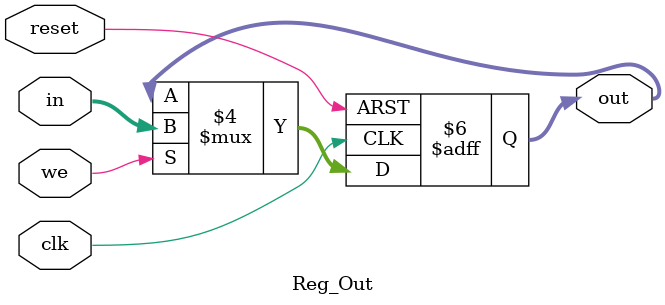
<source format=v>
module Reg_Out(
	input clk,
	input reset,
	input we,
	input [31:0]in,
	output reg [31:0]out = 32'b0
);
	always @(negedge clk or posedge reset) begin
		if(reset) begin
			out <= 32'b0;
		end else begin
			if(we) begin
				out <= in;
			end else begin
				out <= out;
			end
		end
	end
endmodule

//module Reg_In(
//	input clk,
//	input reset,
//	input [31:0]in,
//	output reg [31:0]out = 32'b0
//);
//	always @(negedge clk or posedge reset) begin
//		if(reset) begin
//			out <= 32'b0;
//		end else begin
//			out <= in;
//		end
//	end
//endmodule
</source>
